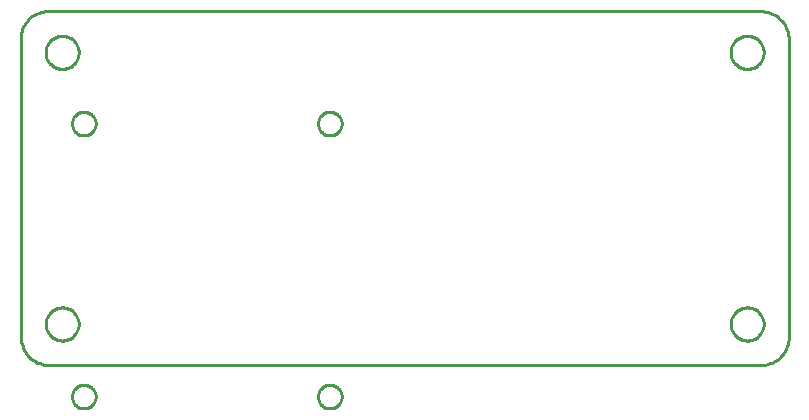
<source format=gbr>
G04 EAGLE Gerber RS-274X export*
G75*
%MOMM*%
%FSLAX34Y34*%
%LPD*%
%IN*%
%IPPOS*%
%AMOC8*
5,1,8,0,0,1.08239X$1,22.5*%
G01*
%ADD10C,0.254000*%


D10*
X529590Y295910D02*
X529682Y293807D01*
X529957Y291720D01*
X530412Y289665D01*
X531045Y287657D01*
X531851Y285712D01*
X532823Y283845D01*
X533954Y282070D01*
X535235Y280400D01*
X536658Y278848D01*
X538210Y277425D01*
X539880Y276144D01*
X541655Y275013D01*
X543522Y274041D01*
X545467Y273235D01*
X547475Y272602D01*
X549530Y272147D01*
X551617Y271872D01*
X553720Y271780D01*
X1155700Y271780D01*
X1157803Y271872D01*
X1159890Y272147D01*
X1161945Y272602D01*
X1163953Y273235D01*
X1165898Y274041D01*
X1167765Y275013D01*
X1169540Y276144D01*
X1171210Y277425D01*
X1172763Y278848D01*
X1174185Y280400D01*
X1175466Y282070D01*
X1176597Y283845D01*
X1177569Y285712D01*
X1178375Y287657D01*
X1179008Y289665D01*
X1179463Y291720D01*
X1179738Y293807D01*
X1179830Y295910D01*
X1179830Y547370D01*
X1179738Y549473D01*
X1179463Y551560D01*
X1179008Y553615D01*
X1178375Y555623D01*
X1177569Y557568D01*
X1176597Y559435D01*
X1175466Y561210D01*
X1174185Y562880D01*
X1172763Y564433D01*
X1171210Y565855D01*
X1169540Y567136D01*
X1167765Y568267D01*
X1165898Y569239D01*
X1163953Y570045D01*
X1161945Y570678D01*
X1159890Y571133D01*
X1157803Y571408D01*
X1155700Y571500D01*
X552450Y571500D01*
X550458Y571413D01*
X548480Y571153D01*
X546533Y570721D01*
X544631Y570121D01*
X542789Y569358D01*
X541020Y568437D01*
X539338Y567366D01*
X537756Y566152D01*
X536286Y564804D01*
X534938Y563334D01*
X533724Y561752D01*
X532653Y560070D01*
X531732Y558301D01*
X530969Y556459D01*
X530369Y554557D01*
X529937Y552610D01*
X529677Y550632D01*
X529590Y548640D01*
X529590Y295910D01*
X592930Y475813D02*
X592854Y474944D01*
X592702Y474084D01*
X592476Y473240D01*
X592178Y472420D01*
X591809Y471628D01*
X591372Y470872D01*
X590871Y470157D01*
X590310Y469488D01*
X589692Y468870D01*
X589023Y468309D01*
X588308Y467808D01*
X587552Y467371D01*
X586760Y467002D01*
X585940Y466704D01*
X585096Y466478D01*
X584237Y466326D01*
X583367Y466250D01*
X582493Y466250D01*
X581624Y466326D01*
X580764Y466478D01*
X579920Y466704D01*
X579100Y467002D01*
X578308Y467371D01*
X577552Y467808D01*
X576837Y468309D01*
X576168Y468870D01*
X575550Y469488D01*
X574989Y470157D01*
X574488Y470872D01*
X574051Y471628D01*
X573682Y472420D01*
X573384Y473240D01*
X573158Y474084D01*
X573006Y474944D01*
X572930Y475813D01*
X572930Y476687D01*
X573006Y477557D01*
X573158Y478416D01*
X573384Y479260D01*
X573682Y480080D01*
X574051Y480872D01*
X574488Y481628D01*
X574989Y482343D01*
X575550Y483012D01*
X576168Y483630D01*
X576837Y484191D01*
X577552Y484692D01*
X578308Y485129D01*
X579100Y485498D01*
X579920Y485796D01*
X580764Y486022D01*
X581624Y486174D01*
X582493Y486250D01*
X583367Y486250D01*
X584237Y486174D01*
X585096Y486022D01*
X585940Y485796D01*
X586760Y485498D01*
X587552Y485129D01*
X588308Y484692D01*
X589023Y484191D01*
X589692Y483630D01*
X590310Y483012D01*
X590871Y482343D01*
X591372Y481628D01*
X591809Y480872D01*
X592178Y480080D01*
X592476Y479260D01*
X592702Y478416D01*
X592854Y477557D01*
X592930Y476687D01*
X592930Y475813D01*
X801210Y475813D02*
X801134Y474944D01*
X800982Y474084D01*
X800756Y473240D01*
X800458Y472420D01*
X800089Y471628D01*
X799652Y470872D01*
X799151Y470157D01*
X798590Y469488D01*
X797972Y468870D01*
X797303Y468309D01*
X796588Y467808D01*
X795832Y467371D01*
X795040Y467002D01*
X794220Y466704D01*
X793376Y466478D01*
X792517Y466326D01*
X791647Y466250D01*
X790773Y466250D01*
X789904Y466326D01*
X789044Y466478D01*
X788200Y466704D01*
X787380Y467002D01*
X786588Y467371D01*
X785832Y467808D01*
X785117Y468309D01*
X784448Y468870D01*
X783830Y469488D01*
X783269Y470157D01*
X782768Y470872D01*
X782331Y471628D01*
X781962Y472420D01*
X781664Y473240D01*
X781438Y474084D01*
X781286Y474944D01*
X781210Y475813D01*
X781210Y476687D01*
X781286Y477557D01*
X781438Y478416D01*
X781664Y479260D01*
X781962Y480080D01*
X782331Y480872D01*
X782768Y481628D01*
X783269Y482343D01*
X783830Y483012D01*
X784448Y483630D01*
X785117Y484191D01*
X785832Y484692D01*
X786588Y485129D01*
X787380Y485498D01*
X788200Y485796D01*
X789044Y486022D01*
X789904Y486174D01*
X790773Y486250D01*
X791647Y486250D01*
X792517Y486174D01*
X793376Y486022D01*
X794220Y485796D01*
X795040Y485498D01*
X795832Y485129D01*
X796588Y484692D01*
X797303Y484191D01*
X797972Y483630D01*
X798590Y483012D01*
X799151Y482343D01*
X799652Y481628D01*
X800089Y480872D01*
X800458Y480080D01*
X800756Y479260D01*
X800982Y478416D01*
X801134Y477557D01*
X801210Y476687D01*
X801210Y475813D01*
X801210Y244673D02*
X801134Y243804D01*
X800982Y242944D01*
X800756Y242100D01*
X800458Y241280D01*
X800089Y240488D01*
X799652Y239732D01*
X799151Y239017D01*
X798590Y238348D01*
X797972Y237730D01*
X797303Y237169D01*
X796588Y236668D01*
X795832Y236231D01*
X795040Y235862D01*
X794220Y235564D01*
X793376Y235338D01*
X792517Y235186D01*
X791647Y235110D01*
X790773Y235110D01*
X789904Y235186D01*
X789044Y235338D01*
X788200Y235564D01*
X787380Y235862D01*
X786588Y236231D01*
X785832Y236668D01*
X785117Y237169D01*
X784448Y237730D01*
X783830Y238348D01*
X783269Y239017D01*
X782768Y239732D01*
X782331Y240488D01*
X781962Y241280D01*
X781664Y242100D01*
X781438Y242944D01*
X781286Y243804D01*
X781210Y244673D01*
X781210Y245547D01*
X781286Y246417D01*
X781438Y247276D01*
X781664Y248120D01*
X781962Y248940D01*
X782331Y249732D01*
X782768Y250488D01*
X783269Y251203D01*
X783830Y251872D01*
X784448Y252490D01*
X785117Y253051D01*
X785832Y253552D01*
X786588Y253989D01*
X787380Y254358D01*
X788200Y254656D01*
X789044Y254882D01*
X789904Y255034D01*
X790773Y255110D01*
X791647Y255110D01*
X792517Y255034D01*
X793376Y254882D01*
X794220Y254656D01*
X795040Y254358D01*
X795832Y253989D01*
X796588Y253552D01*
X797303Y253051D01*
X797972Y252490D01*
X798590Y251872D01*
X799151Y251203D01*
X799652Y250488D01*
X800089Y249732D01*
X800458Y248940D01*
X800756Y248120D01*
X800982Y247276D01*
X801134Y246417D01*
X801210Y245547D01*
X801210Y244673D01*
X592930Y244673D02*
X592854Y243804D01*
X592702Y242944D01*
X592476Y242100D01*
X592178Y241280D01*
X591809Y240488D01*
X591372Y239732D01*
X590871Y239017D01*
X590310Y238348D01*
X589692Y237730D01*
X589023Y237169D01*
X588308Y236668D01*
X587552Y236231D01*
X586760Y235862D01*
X585940Y235564D01*
X585096Y235338D01*
X584237Y235186D01*
X583367Y235110D01*
X582493Y235110D01*
X581624Y235186D01*
X580764Y235338D01*
X579920Y235564D01*
X579100Y235862D01*
X578308Y236231D01*
X577552Y236668D01*
X576837Y237169D01*
X576168Y237730D01*
X575550Y238348D01*
X574989Y239017D01*
X574488Y239732D01*
X574051Y240488D01*
X573682Y241280D01*
X573384Y242100D01*
X573158Y242944D01*
X573006Y243804D01*
X572930Y244673D01*
X572930Y245547D01*
X573006Y246417D01*
X573158Y247276D01*
X573384Y248120D01*
X573682Y248940D01*
X574051Y249732D01*
X574488Y250488D01*
X574989Y251203D01*
X575550Y251872D01*
X576168Y252490D01*
X576837Y253051D01*
X577552Y253552D01*
X578308Y253989D01*
X579100Y254358D01*
X579920Y254656D01*
X580764Y254882D01*
X581624Y255034D01*
X582493Y255110D01*
X583367Y255110D01*
X584237Y255034D01*
X585096Y254882D01*
X585940Y254656D01*
X586760Y254358D01*
X587552Y253989D01*
X588308Y253552D01*
X589023Y253051D01*
X589692Y252490D01*
X590310Y251872D01*
X590871Y251203D01*
X591372Y250488D01*
X591809Y249732D01*
X592178Y248940D01*
X592476Y248120D01*
X592702Y247276D01*
X592854Y246417D01*
X592930Y245547D01*
X592930Y244673D01*
X578620Y536140D02*
X578549Y535143D01*
X578406Y534153D01*
X578194Y533176D01*
X577912Y532216D01*
X577563Y531279D01*
X577147Y530369D01*
X576668Y529492D01*
X576127Y528650D01*
X575528Y527850D01*
X574873Y527094D01*
X574166Y526387D01*
X573410Y525732D01*
X572610Y525133D01*
X571768Y524592D01*
X570891Y524113D01*
X569981Y523697D01*
X569044Y523348D01*
X568085Y523066D01*
X567107Y522854D01*
X566118Y522711D01*
X565120Y522640D01*
X564120Y522640D01*
X563123Y522711D01*
X562133Y522854D01*
X561156Y523066D01*
X560196Y523348D01*
X559259Y523697D01*
X558349Y524113D01*
X557472Y524592D01*
X556630Y525133D01*
X555830Y525732D01*
X555074Y526387D01*
X554367Y527094D01*
X553712Y527850D01*
X553113Y528650D01*
X552572Y529492D01*
X552093Y530369D01*
X551677Y531279D01*
X551328Y532216D01*
X551046Y533176D01*
X550834Y534153D01*
X550691Y535143D01*
X550620Y536140D01*
X550620Y537140D01*
X550691Y538138D01*
X550834Y539127D01*
X551046Y540105D01*
X551328Y541064D01*
X551677Y542001D01*
X552093Y542911D01*
X552572Y543788D01*
X553113Y544630D01*
X553712Y545430D01*
X554367Y546186D01*
X555074Y546893D01*
X555830Y547548D01*
X556630Y548147D01*
X557472Y548688D01*
X558349Y549167D01*
X559259Y549583D01*
X560196Y549932D01*
X561156Y550214D01*
X562133Y550426D01*
X563123Y550569D01*
X564120Y550640D01*
X565120Y550640D01*
X566118Y550569D01*
X567107Y550426D01*
X568085Y550214D01*
X569044Y549932D01*
X569981Y549583D01*
X570891Y549167D01*
X571768Y548688D01*
X572610Y548147D01*
X573410Y547548D01*
X574166Y546893D01*
X574873Y546186D01*
X575528Y545430D01*
X576127Y544630D01*
X576668Y543788D01*
X577147Y542911D01*
X577563Y542001D01*
X577912Y541064D01*
X578194Y540105D01*
X578406Y539127D01*
X578549Y538138D01*
X578620Y537140D01*
X578620Y536140D01*
X578620Y306140D02*
X578549Y305143D01*
X578406Y304153D01*
X578194Y303176D01*
X577912Y302216D01*
X577563Y301279D01*
X577147Y300369D01*
X576668Y299492D01*
X576127Y298650D01*
X575528Y297850D01*
X574873Y297094D01*
X574166Y296387D01*
X573410Y295732D01*
X572610Y295133D01*
X571768Y294592D01*
X570891Y294113D01*
X569981Y293697D01*
X569044Y293348D01*
X568085Y293066D01*
X567107Y292854D01*
X566118Y292711D01*
X565120Y292640D01*
X564120Y292640D01*
X563123Y292711D01*
X562133Y292854D01*
X561156Y293066D01*
X560196Y293348D01*
X559259Y293697D01*
X558349Y294113D01*
X557472Y294592D01*
X556630Y295133D01*
X555830Y295732D01*
X555074Y296387D01*
X554367Y297094D01*
X553712Y297850D01*
X553113Y298650D01*
X552572Y299492D01*
X552093Y300369D01*
X551677Y301279D01*
X551328Y302216D01*
X551046Y303176D01*
X550834Y304153D01*
X550691Y305143D01*
X550620Y306140D01*
X550620Y307140D01*
X550691Y308138D01*
X550834Y309127D01*
X551046Y310105D01*
X551328Y311064D01*
X551677Y312001D01*
X552093Y312911D01*
X552572Y313788D01*
X553113Y314630D01*
X553712Y315430D01*
X554367Y316186D01*
X555074Y316893D01*
X555830Y317548D01*
X556630Y318147D01*
X557472Y318688D01*
X558349Y319167D01*
X559259Y319583D01*
X560196Y319932D01*
X561156Y320214D01*
X562133Y320426D01*
X563123Y320569D01*
X564120Y320640D01*
X565120Y320640D01*
X566118Y320569D01*
X567107Y320426D01*
X568085Y320214D01*
X569044Y319932D01*
X569981Y319583D01*
X570891Y319167D01*
X571768Y318688D01*
X572610Y318147D01*
X573410Y317548D01*
X574166Y316893D01*
X574873Y316186D01*
X575528Y315430D01*
X576127Y314630D01*
X576668Y313788D01*
X577147Y312911D01*
X577563Y312001D01*
X577912Y311064D01*
X578194Y310105D01*
X578406Y309127D01*
X578549Y308138D01*
X578620Y307140D01*
X578620Y306140D01*
X1158620Y306140D02*
X1158549Y305143D01*
X1158406Y304153D01*
X1158194Y303176D01*
X1157912Y302216D01*
X1157563Y301279D01*
X1157147Y300369D01*
X1156668Y299492D01*
X1156127Y298650D01*
X1155528Y297850D01*
X1154873Y297094D01*
X1154166Y296387D01*
X1153410Y295732D01*
X1152610Y295133D01*
X1151768Y294592D01*
X1150891Y294113D01*
X1149981Y293697D01*
X1149044Y293348D01*
X1148085Y293066D01*
X1147107Y292854D01*
X1146118Y292711D01*
X1145120Y292640D01*
X1144120Y292640D01*
X1143123Y292711D01*
X1142133Y292854D01*
X1141156Y293066D01*
X1140196Y293348D01*
X1139259Y293697D01*
X1138349Y294113D01*
X1137472Y294592D01*
X1136630Y295133D01*
X1135830Y295732D01*
X1135074Y296387D01*
X1134367Y297094D01*
X1133712Y297850D01*
X1133113Y298650D01*
X1132572Y299492D01*
X1132093Y300369D01*
X1131677Y301279D01*
X1131328Y302216D01*
X1131046Y303176D01*
X1130834Y304153D01*
X1130691Y305143D01*
X1130620Y306140D01*
X1130620Y307140D01*
X1130691Y308138D01*
X1130834Y309127D01*
X1131046Y310105D01*
X1131328Y311064D01*
X1131677Y312001D01*
X1132093Y312911D01*
X1132572Y313788D01*
X1133113Y314630D01*
X1133712Y315430D01*
X1134367Y316186D01*
X1135074Y316893D01*
X1135830Y317548D01*
X1136630Y318147D01*
X1137472Y318688D01*
X1138349Y319167D01*
X1139259Y319583D01*
X1140196Y319932D01*
X1141156Y320214D01*
X1142133Y320426D01*
X1143123Y320569D01*
X1144120Y320640D01*
X1145120Y320640D01*
X1146118Y320569D01*
X1147107Y320426D01*
X1148085Y320214D01*
X1149044Y319932D01*
X1149981Y319583D01*
X1150891Y319167D01*
X1151768Y318688D01*
X1152610Y318147D01*
X1153410Y317548D01*
X1154166Y316893D01*
X1154873Y316186D01*
X1155528Y315430D01*
X1156127Y314630D01*
X1156668Y313788D01*
X1157147Y312911D01*
X1157563Y312001D01*
X1157912Y311064D01*
X1158194Y310105D01*
X1158406Y309127D01*
X1158549Y308138D01*
X1158620Y307140D01*
X1158620Y306140D01*
X1158620Y536140D02*
X1158549Y535143D01*
X1158406Y534153D01*
X1158194Y533176D01*
X1157912Y532216D01*
X1157563Y531279D01*
X1157147Y530369D01*
X1156668Y529492D01*
X1156127Y528650D01*
X1155528Y527850D01*
X1154873Y527094D01*
X1154166Y526387D01*
X1153410Y525732D01*
X1152610Y525133D01*
X1151768Y524592D01*
X1150891Y524113D01*
X1149981Y523697D01*
X1149044Y523348D01*
X1148085Y523066D01*
X1147107Y522854D01*
X1146118Y522711D01*
X1145120Y522640D01*
X1144120Y522640D01*
X1143123Y522711D01*
X1142133Y522854D01*
X1141156Y523066D01*
X1140196Y523348D01*
X1139259Y523697D01*
X1138349Y524113D01*
X1137472Y524592D01*
X1136630Y525133D01*
X1135830Y525732D01*
X1135074Y526387D01*
X1134367Y527094D01*
X1133712Y527850D01*
X1133113Y528650D01*
X1132572Y529492D01*
X1132093Y530369D01*
X1131677Y531279D01*
X1131328Y532216D01*
X1131046Y533176D01*
X1130834Y534153D01*
X1130691Y535143D01*
X1130620Y536140D01*
X1130620Y537140D01*
X1130691Y538138D01*
X1130834Y539127D01*
X1131046Y540105D01*
X1131328Y541064D01*
X1131677Y542001D01*
X1132093Y542911D01*
X1132572Y543788D01*
X1133113Y544630D01*
X1133712Y545430D01*
X1134367Y546186D01*
X1135074Y546893D01*
X1135830Y547548D01*
X1136630Y548147D01*
X1137472Y548688D01*
X1138349Y549167D01*
X1139259Y549583D01*
X1140196Y549932D01*
X1141156Y550214D01*
X1142133Y550426D01*
X1143123Y550569D01*
X1144120Y550640D01*
X1145120Y550640D01*
X1146118Y550569D01*
X1147107Y550426D01*
X1148085Y550214D01*
X1149044Y549932D01*
X1149981Y549583D01*
X1150891Y549167D01*
X1151768Y548688D01*
X1152610Y548147D01*
X1153410Y547548D01*
X1154166Y546893D01*
X1154873Y546186D01*
X1155528Y545430D01*
X1156127Y544630D01*
X1156668Y543788D01*
X1157147Y542911D01*
X1157563Y542001D01*
X1157912Y541064D01*
X1158194Y540105D01*
X1158406Y539127D01*
X1158549Y538138D01*
X1158620Y537140D01*
X1158620Y536140D01*
M02*

</source>
